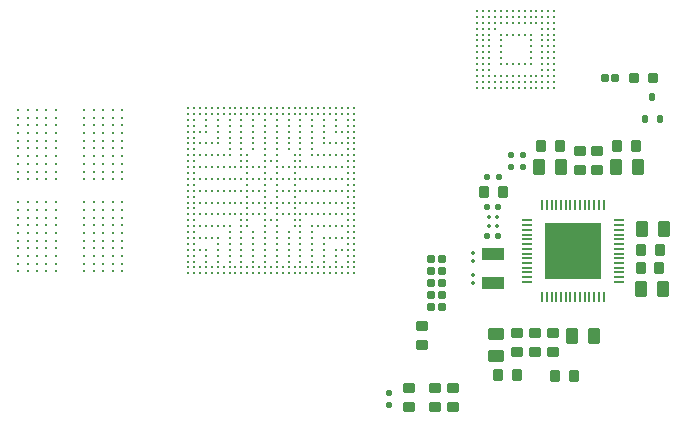
<source format=gtp>
G04*
G04 #@! TF.GenerationSoftware,Altium Limited,Altium Designer,22.8.2 (66)*
G04*
G04 Layer_Color=8421504*
%FSAX25Y25*%
%MOIN*%
G70*
G04*
G04 #@! TF.SameCoordinates,F4A2C5FB-41C3-4025-BEE9-57CBDAA8531C*
G04*
G04*
G04 #@! TF.FilePolarity,Positive*
G04*
G01*
G75*
%ADD12C,0.01000*%
%ADD13C,0.01150*%
%ADD14C,0.01142*%
G04:AMPARAMS|DCode=15|XSize=37.4mil|YSize=33.47mil|CornerRadius=3.35mil|HoleSize=0mil|Usage=FLASHONLY|Rotation=270.000|XOffset=0mil|YOffset=0mil|HoleType=Round|Shape=RoundedRectangle|*
%AMROUNDEDRECTD15*
21,1,0.03740,0.02677,0,0,270.0*
21,1,0.03071,0.03347,0,0,270.0*
1,1,0.00669,-0.01339,-0.01535*
1,1,0.00669,-0.01339,0.01535*
1,1,0.00669,0.01339,0.01535*
1,1,0.00669,0.01339,-0.01535*
%
%ADD15ROUNDEDRECTD15*%
G04:AMPARAMS|DCode=16|XSize=35.43mil|YSize=7.87mil|CornerRadius=0.79mil|HoleSize=0mil|Usage=FLASHONLY|Rotation=0.000|XOffset=0mil|YOffset=0mil|HoleType=Round|Shape=RoundedRectangle|*
%AMROUNDEDRECTD16*
21,1,0.03543,0.00630,0,0,0.0*
21,1,0.03386,0.00787,0,0,0.0*
1,1,0.00158,0.01693,-0.00315*
1,1,0.00158,-0.01693,-0.00315*
1,1,0.00158,-0.01693,0.00315*
1,1,0.00158,0.01693,0.00315*
%
%ADD16ROUNDEDRECTD16*%
G04:AMPARAMS|DCode=17|XSize=35.43mil|YSize=7.87mil|CornerRadius=0.79mil|HoleSize=0mil|Usage=FLASHONLY|Rotation=90.000|XOffset=0mil|YOffset=0mil|HoleType=Round|Shape=RoundedRectangle|*
%AMROUNDEDRECTD17*
21,1,0.03543,0.00630,0,0,90.0*
21,1,0.03386,0.00787,0,0,90.0*
1,1,0.00158,0.00315,0.01693*
1,1,0.00158,0.00315,-0.01693*
1,1,0.00158,-0.00315,-0.01693*
1,1,0.00158,-0.00315,0.01693*
%
%ADD17ROUNDEDRECTD17*%
%ADD18R,0.18898X0.18898*%
G04:AMPARAMS|DCode=19|XSize=23.62mil|YSize=23.62mil|CornerRadius=2.36mil|HoleSize=0mil|Usage=FLASHONLY|Rotation=270.000|XOffset=0mil|YOffset=0mil|HoleType=Round|Shape=RoundedRectangle|*
%AMROUNDEDRECTD19*
21,1,0.02362,0.01890,0,0,270.0*
21,1,0.01890,0.02362,0,0,270.0*
1,1,0.00472,-0.00945,-0.00945*
1,1,0.00472,-0.00945,0.00945*
1,1,0.00472,0.00945,0.00945*
1,1,0.00472,0.00945,-0.00945*
%
%ADD19ROUNDEDRECTD19*%
G04:AMPARAMS|DCode=20|XSize=37.4mil|YSize=33.47mil|CornerRadius=3.35mil|HoleSize=0mil|Usage=FLASHONLY|Rotation=180.000|XOffset=0mil|YOffset=0mil|HoleType=Round|Shape=RoundedRectangle|*
%AMROUNDEDRECTD20*
21,1,0.03740,0.02677,0,0,180.0*
21,1,0.03071,0.03347,0,0,180.0*
1,1,0.00669,-0.01535,0.01339*
1,1,0.00669,0.01535,0.01339*
1,1,0.00669,0.01535,-0.01339*
1,1,0.00669,-0.01535,-0.01339*
%
%ADD20ROUNDEDRECTD20*%
G04:AMPARAMS|DCode=21|XSize=54.72mil|YSize=39.37mil|CornerRadius=3.94mil|HoleSize=0mil|Usage=FLASHONLY|Rotation=0.000|XOffset=0mil|YOffset=0mil|HoleType=Round|Shape=RoundedRectangle|*
%AMROUNDEDRECTD21*
21,1,0.05472,0.03150,0,0,0.0*
21,1,0.04685,0.03937,0,0,0.0*
1,1,0.00787,0.02343,-0.01575*
1,1,0.00787,-0.02343,-0.01575*
1,1,0.00787,-0.02343,0.01575*
1,1,0.00787,0.02343,0.01575*
%
%ADD21ROUNDEDRECTD21*%
G04:AMPARAMS|DCode=22|XSize=54.72mil|YSize=39.37mil|CornerRadius=3.94mil|HoleSize=0mil|Usage=FLASHONLY|Rotation=90.000|XOffset=0mil|YOffset=0mil|HoleType=Round|Shape=RoundedRectangle|*
%AMROUNDEDRECTD22*
21,1,0.05472,0.03150,0,0,90.0*
21,1,0.04685,0.03937,0,0,90.0*
1,1,0.00787,0.01575,0.02343*
1,1,0.00787,0.01575,-0.02343*
1,1,0.00787,-0.01575,-0.02343*
1,1,0.00787,-0.01575,0.02343*
%
%ADD22ROUNDEDRECTD22*%
G04:AMPARAMS|DCode=23|XSize=20mil|YSize=20mil|CornerRadius=2mil|HoleSize=0mil|Usage=FLASHONLY|Rotation=0.000|XOffset=0mil|YOffset=0mil|HoleType=Round|Shape=RoundedRectangle|*
%AMROUNDEDRECTD23*
21,1,0.02000,0.01600,0,0,0.0*
21,1,0.01600,0.02000,0,0,0.0*
1,1,0.00400,0.00800,-0.00800*
1,1,0.00400,-0.00800,-0.00800*
1,1,0.00400,-0.00800,0.00800*
1,1,0.00400,0.00800,0.00800*
%
%ADD23ROUNDEDRECTD23*%
G04:AMPARAMS|DCode=24|XSize=20mil|YSize=20mil|CornerRadius=2mil|HoleSize=0mil|Usage=FLASHONLY|Rotation=270.000|XOffset=0mil|YOffset=0mil|HoleType=Round|Shape=RoundedRectangle|*
%AMROUNDEDRECTD24*
21,1,0.02000,0.01600,0,0,270.0*
21,1,0.01600,0.02000,0,0,270.0*
1,1,0.00400,-0.00800,-0.00800*
1,1,0.00400,-0.00800,0.00800*
1,1,0.00400,0.00800,0.00800*
1,1,0.00400,0.00800,-0.00800*
%
%ADD24ROUNDEDRECTD24*%
G04:AMPARAMS|DCode=25|XSize=12.01mil|YSize=12.01mil|CornerRadius=1.2mil|HoleSize=0mil|Usage=FLASHONLY|Rotation=270.000|XOffset=0mil|YOffset=0mil|HoleType=Round|Shape=RoundedRectangle|*
%AMROUNDEDRECTD25*
21,1,0.01201,0.00961,0,0,270.0*
21,1,0.00961,0.01201,0,0,270.0*
1,1,0.00240,-0.00480,-0.00480*
1,1,0.00240,-0.00480,0.00480*
1,1,0.00240,0.00480,0.00480*
1,1,0.00240,0.00480,-0.00480*
%
%ADD25ROUNDEDRECTD25*%
G04:AMPARAMS|DCode=26|XSize=43.31mil|YSize=74.8mil|CornerRadius=4.33mil|HoleSize=0mil|Usage=FLASHONLY|Rotation=270.000|XOffset=0mil|YOffset=0mil|HoleType=Round|Shape=RoundedRectangle|*
%AMROUNDEDRECTD26*
21,1,0.04331,0.06614,0,0,270.0*
21,1,0.03465,0.07480,0,0,270.0*
1,1,0.00866,-0.03307,-0.01732*
1,1,0.00866,-0.03307,0.01732*
1,1,0.00866,0.03307,0.01732*
1,1,0.00866,0.03307,-0.01732*
%
%ADD26ROUNDEDRECTD26*%
G04:AMPARAMS|DCode=27|XSize=12.01mil|YSize=12.01mil|CornerRadius=1.2mil|HoleSize=0mil|Usage=FLASHONLY|Rotation=180.000|XOffset=0mil|YOffset=0mil|HoleType=Round|Shape=RoundedRectangle|*
%AMROUNDEDRECTD27*
21,1,0.01201,0.00961,0,0,180.0*
21,1,0.00961,0.01201,0,0,180.0*
1,1,0.00240,-0.00480,0.00480*
1,1,0.00240,0.00480,0.00480*
1,1,0.00240,0.00480,-0.00480*
1,1,0.00240,-0.00480,-0.00480*
%
%ADD27ROUNDEDRECTD27*%
G04:AMPARAMS|DCode=28|XSize=23.62mil|YSize=18.5mil|CornerRadius=1.85mil|HoleSize=0mil|Usage=FLASHONLY|Rotation=90.000|XOffset=0mil|YOffset=0mil|HoleType=Round|Shape=RoundedRectangle|*
%AMROUNDEDRECTD28*
21,1,0.02362,0.01480,0,0,90.0*
21,1,0.01992,0.01850,0,0,90.0*
1,1,0.00370,0.00740,0.00996*
1,1,0.00370,0.00740,-0.00996*
1,1,0.00370,-0.00740,-0.00996*
1,1,0.00370,-0.00740,0.00996*
%
%ADD28ROUNDEDRECTD28*%
G04:AMPARAMS|DCode=29|XSize=31.5mil|YSize=31.5mil|CornerRadius=3.94mil|HoleSize=0mil|Usage=FLASHONLY|Rotation=0.000|XOffset=0mil|YOffset=0mil|HoleType=Round|Shape=RoundedRectangle|*
%AMROUNDEDRECTD29*
21,1,0.03150,0.02362,0,0,0.0*
21,1,0.02362,0.03150,0,0,0.0*
1,1,0.00787,0.01181,-0.01181*
1,1,0.00787,-0.01181,-0.01181*
1,1,0.00787,-0.01181,0.01181*
1,1,0.00787,0.01181,0.01181*
%
%ADD29ROUNDEDRECTD29*%
D12*
X0553095Y0837671D02*
D03*
Y0839639D02*
D03*
Y0841608D02*
D03*
Y0843576D02*
D03*
Y0845545D02*
D03*
Y0847513D02*
D03*
Y0849482D02*
D03*
Y0851450D02*
D03*
Y0853419D02*
D03*
Y0855387D02*
D03*
Y0857356D02*
D03*
Y0859324D02*
D03*
Y0861293D02*
D03*
Y0863261D02*
D03*
X0555063Y0837671D02*
D03*
Y0839639D02*
D03*
Y0841608D02*
D03*
Y0843576D02*
D03*
Y0845545D02*
D03*
Y0847513D02*
D03*
Y0849482D02*
D03*
Y0851450D02*
D03*
Y0853419D02*
D03*
Y0855387D02*
D03*
Y0857356D02*
D03*
Y0859324D02*
D03*
Y0861293D02*
D03*
Y0863261D02*
D03*
X0557032Y0837671D02*
D03*
Y0839639D02*
D03*
Y0841608D02*
D03*
Y0843576D02*
D03*
Y0845545D02*
D03*
Y0847513D02*
D03*
Y0849482D02*
D03*
Y0851450D02*
D03*
Y0853419D02*
D03*
Y0855387D02*
D03*
Y0857356D02*
D03*
Y0859324D02*
D03*
Y0861293D02*
D03*
Y0863261D02*
D03*
X0559000Y0837671D02*
D03*
Y0839639D02*
D03*
Y0841608D02*
D03*
Y0857356D02*
D03*
Y0859324D02*
D03*
Y0861293D02*
D03*
Y0863261D02*
D03*
X0560969Y0837671D02*
D03*
Y0839639D02*
D03*
Y0841608D02*
D03*
Y0845545D02*
D03*
Y0847513D02*
D03*
Y0849482D02*
D03*
Y0851450D02*
D03*
Y0853419D02*
D03*
Y0855387D02*
D03*
Y0859324D02*
D03*
Y0861293D02*
D03*
Y0863261D02*
D03*
X0562937Y0837671D02*
D03*
Y0839639D02*
D03*
Y0841608D02*
D03*
Y0845545D02*
D03*
Y0855387D02*
D03*
Y0859324D02*
D03*
Y0861293D02*
D03*
Y0863261D02*
D03*
X0564906Y0837671D02*
D03*
Y0839639D02*
D03*
Y0841608D02*
D03*
Y0845545D02*
D03*
Y0855387D02*
D03*
Y0859324D02*
D03*
Y0861293D02*
D03*
Y0863261D02*
D03*
X0566874Y0837671D02*
D03*
Y0839639D02*
D03*
Y0841608D02*
D03*
Y0845545D02*
D03*
Y0855387D02*
D03*
Y0859324D02*
D03*
Y0861293D02*
D03*
Y0863261D02*
D03*
X0568843Y0837671D02*
D03*
Y0839639D02*
D03*
Y0841608D02*
D03*
Y0845545D02*
D03*
Y0855387D02*
D03*
Y0859324D02*
D03*
Y0861293D02*
D03*
Y0863261D02*
D03*
X0570811Y0837671D02*
D03*
Y0839639D02*
D03*
Y0841608D02*
D03*
Y0845545D02*
D03*
Y0847513D02*
D03*
Y0849482D02*
D03*
Y0851450D02*
D03*
Y0853419D02*
D03*
Y0855387D02*
D03*
Y0859324D02*
D03*
Y0861293D02*
D03*
Y0863261D02*
D03*
X0572780Y0837671D02*
D03*
Y0839639D02*
D03*
Y0841608D02*
D03*
Y0859324D02*
D03*
Y0861293D02*
D03*
Y0863261D02*
D03*
X0574748Y0837671D02*
D03*
Y0839639D02*
D03*
Y0841608D02*
D03*
Y0843576D02*
D03*
Y0845545D02*
D03*
Y0847513D02*
D03*
Y0849482D02*
D03*
Y0851450D02*
D03*
Y0853419D02*
D03*
Y0855387D02*
D03*
Y0857356D02*
D03*
Y0859324D02*
D03*
Y0861293D02*
D03*
Y0863261D02*
D03*
X0576717Y0837671D02*
D03*
Y0839639D02*
D03*
Y0841608D02*
D03*
Y0843576D02*
D03*
Y0845545D02*
D03*
Y0847513D02*
D03*
Y0849482D02*
D03*
Y0851450D02*
D03*
Y0853419D02*
D03*
Y0855387D02*
D03*
Y0857356D02*
D03*
Y0859324D02*
D03*
Y0861293D02*
D03*
Y0863261D02*
D03*
X0578685Y0837671D02*
D03*
Y0839639D02*
D03*
Y0841608D02*
D03*
Y0843576D02*
D03*
Y0845545D02*
D03*
Y0847513D02*
D03*
Y0849482D02*
D03*
Y0851450D02*
D03*
Y0853419D02*
D03*
Y0855387D02*
D03*
Y0857356D02*
D03*
Y0859324D02*
D03*
Y0861293D02*
D03*
Y0863261D02*
D03*
D13*
X0400000Y0784153D02*
D03*
Y0786712D02*
D03*
Y0789271D02*
D03*
Y0791830D02*
D03*
Y0794389D02*
D03*
Y0796948D02*
D03*
Y0799507D02*
D03*
Y0807185D02*
D03*
Y0809744D02*
D03*
Y0812303D02*
D03*
Y0814862D02*
D03*
Y0817422D02*
D03*
Y0819981D02*
D03*
Y0822540D02*
D03*
Y0825099D02*
D03*
Y0827658D02*
D03*
Y0830217D02*
D03*
Y0776476D02*
D03*
Y0779036D02*
D03*
Y0781594D02*
D03*
X0403150Y0784153D02*
D03*
Y0786712D02*
D03*
Y0789271D02*
D03*
Y0791830D02*
D03*
Y0794389D02*
D03*
Y0796948D02*
D03*
Y0799507D02*
D03*
Y0807185D02*
D03*
Y0809744D02*
D03*
Y0812303D02*
D03*
Y0814862D02*
D03*
Y0817422D02*
D03*
Y0819981D02*
D03*
Y0822540D02*
D03*
Y0825099D02*
D03*
Y0827658D02*
D03*
Y0830217D02*
D03*
Y0776476D02*
D03*
Y0779036D02*
D03*
Y0781594D02*
D03*
X0406299Y0784153D02*
D03*
Y0786712D02*
D03*
Y0789271D02*
D03*
Y0791830D02*
D03*
Y0794389D02*
D03*
Y0796948D02*
D03*
Y0799507D02*
D03*
Y0807185D02*
D03*
Y0809744D02*
D03*
Y0812303D02*
D03*
Y0814862D02*
D03*
Y0817422D02*
D03*
Y0819981D02*
D03*
Y0822540D02*
D03*
Y0825099D02*
D03*
Y0827658D02*
D03*
Y0830217D02*
D03*
Y0776476D02*
D03*
Y0779036D02*
D03*
Y0781594D02*
D03*
X0409449Y0784153D02*
D03*
Y0786712D02*
D03*
Y0789271D02*
D03*
Y0791830D02*
D03*
Y0794389D02*
D03*
Y0796948D02*
D03*
Y0799507D02*
D03*
Y0807185D02*
D03*
Y0809744D02*
D03*
Y0812303D02*
D03*
Y0814862D02*
D03*
Y0817422D02*
D03*
Y0819981D02*
D03*
Y0822540D02*
D03*
Y0825099D02*
D03*
Y0827658D02*
D03*
Y0830217D02*
D03*
Y0776476D02*
D03*
Y0779036D02*
D03*
Y0781594D02*
D03*
X0412599Y0784153D02*
D03*
Y0786712D02*
D03*
Y0789271D02*
D03*
Y0791830D02*
D03*
Y0794389D02*
D03*
Y0796948D02*
D03*
Y0799507D02*
D03*
Y0807185D02*
D03*
Y0809744D02*
D03*
Y0812303D02*
D03*
Y0814862D02*
D03*
Y0817422D02*
D03*
Y0819981D02*
D03*
Y0822540D02*
D03*
Y0825099D02*
D03*
Y0827658D02*
D03*
Y0830217D02*
D03*
Y0776476D02*
D03*
Y0779036D02*
D03*
Y0781594D02*
D03*
X0422047Y0784153D02*
D03*
Y0786712D02*
D03*
Y0789271D02*
D03*
Y0791830D02*
D03*
Y0794389D02*
D03*
Y0796948D02*
D03*
Y0799507D02*
D03*
Y0807185D02*
D03*
Y0809744D02*
D03*
Y0812303D02*
D03*
Y0814862D02*
D03*
Y0817422D02*
D03*
Y0819981D02*
D03*
Y0822540D02*
D03*
Y0825099D02*
D03*
Y0827658D02*
D03*
Y0830217D02*
D03*
Y0776476D02*
D03*
Y0779036D02*
D03*
Y0781594D02*
D03*
X0425197Y0784153D02*
D03*
Y0786712D02*
D03*
Y0789271D02*
D03*
Y0791830D02*
D03*
Y0794389D02*
D03*
Y0796948D02*
D03*
Y0799507D02*
D03*
Y0807185D02*
D03*
Y0809744D02*
D03*
Y0812303D02*
D03*
Y0814862D02*
D03*
Y0817422D02*
D03*
Y0819981D02*
D03*
Y0822540D02*
D03*
Y0825099D02*
D03*
Y0827658D02*
D03*
Y0830217D02*
D03*
Y0776476D02*
D03*
Y0779036D02*
D03*
Y0781594D02*
D03*
X0428347Y0784153D02*
D03*
Y0786712D02*
D03*
Y0789271D02*
D03*
Y0791830D02*
D03*
Y0794389D02*
D03*
Y0796948D02*
D03*
Y0799507D02*
D03*
Y0807185D02*
D03*
Y0809744D02*
D03*
Y0812303D02*
D03*
Y0814862D02*
D03*
Y0817422D02*
D03*
Y0819981D02*
D03*
Y0822540D02*
D03*
Y0825099D02*
D03*
Y0827658D02*
D03*
Y0830217D02*
D03*
Y0776476D02*
D03*
Y0779036D02*
D03*
Y0781594D02*
D03*
X0431496Y0784153D02*
D03*
Y0786712D02*
D03*
Y0789271D02*
D03*
Y0791830D02*
D03*
Y0794389D02*
D03*
Y0796948D02*
D03*
Y0799507D02*
D03*
Y0807185D02*
D03*
Y0809744D02*
D03*
Y0812303D02*
D03*
Y0814862D02*
D03*
Y0817422D02*
D03*
Y0819981D02*
D03*
Y0822540D02*
D03*
Y0825099D02*
D03*
Y0827658D02*
D03*
Y0830217D02*
D03*
Y0776476D02*
D03*
Y0779036D02*
D03*
Y0781594D02*
D03*
X0434646Y0784153D02*
D03*
Y0786712D02*
D03*
Y0789271D02*
D03*
Y0791830D02*
D03*
Y0794389D02*
D03*
Y0796948D02*
D03*
Y0799507D02*
D03*
Y0807185D02*
D03*
Y0809744D02*
D03*
Y0812303D02*
D03*
Y0814862D02*
D03*
Y0817422D02*
D03*
Y0819981D02*
D03*
Y0822540D02*
D03*
Y0825099D02*
D03*
Y0827658D02*
D03*
Y0830217D02*
D03*
Y0776476D02*
D03*
Y0779036D02*
D03*
Y0781594D02*
D03*
D14*
X0456693Y0830906D02*
D03*
X0458661D02*
D03*
X0460630D02*
D03*
X0462598D02*
D03*
X0464567D02*
D03*
X0466535D02*
D03*
X0468504D02*
D03*
X0470472D02*
D03*
X0472441D02*
D03*
X0474409D02*
D03*
X0476378D02*
D03*
X0478346D02*
D03*
X0480315D02*
D03*
X0482283D02*
D03*
X0484252D02*
D03*
X0486221D02*
D03*
X0488189D02*
D03*
X0490158D02*
D03*
X0492126D02*
D03*
X0494095D02*
D03*
X0496063D02*
D03*
X0498032D02*
D03*
X0500000D02*
D03*
X0501968D02*
D03*
X0503937D02*
D03*
X0505905D02*
D03*
X0507874D02*
D03*
X0509842D02*
D03*
X0511811D02*
D03*
X0456693Y0828937D02*
D03*
X0458661D02*
D03*
X0460630D02*
D03*
X0462598D02*
D03*
X0464567D02*
D03*
X0466535D02*
D03*
X0468504D02*
D03*
X0470472D02*
D03*
X0472441D02*
D03*
X0474409D02*
D03*
X0476378D02*
D03*
X0478346D02*
D03*
X0480315D02*
D03*
X0482283D02*
D03*
X0484252D02*
D03*
X0486221D02*
D03*
X0488189D02*
D03*
X0490158D02*
D03*
X0492126D02*
D03*
X0494095D02*
D03*
X0496063D02*
D03*
X0498032D02*
D03*
X0500000D02*
D03*
X0501968D02*
D03*
X0503937D02*
D03*
X0505905D02*
D03*
X0507874D02*
D03*
X0509842D02*
D03*
X0511811D02*
D03*
X0456693Y0826968D02*
D03*
X0458661D02*
D03*
X0462598D02*
D03*
X0466535D02*
D03*
X0470472D02*
D03*
X0474409D02*
D03*
X0478346D02*
D03*
X0482283D02*
D03*
X0486221D02*
D03*
X0490158D02*
D03*
X0494095D02*
D03*
X0498032D02*
D03*
X0501968D02*
D03*
X0505905D02*
D03*
X0509842D02*
D03*
X0511811D02*
D03*
X0456693Y0825000D02*
D03*
X0458661D02*
D03*
X0462598D02*
D03*
X0466535D02*
D03*
X0470472D02*
D03*
X0474409D02*
D03*
X0478346D02*
D03*
X0482283D02*
D03*
X0486221D02*
D03*
X0490158D02*
D03*
X0494095D02*
D03*
X0498032D02*
D03*
X0501968D02*
D03*
X0505905D02*
D03*
X0509842D02*
D03*
X0511811D02*
D03*
X0456693Y0823032D02*
D03*
X0458661D02*
D03*
X0460630D02*
D03*
X0462598D02*
D03*
X0466535D02*
D03*
X0470472D02*
D03*
X0474409D02*
D03*
X0478346D02*
D03*
X0482283D02*
D03*
X0486221D02*
D03*
X0490158D02*
D03*
X0494095D02*
D03*
X0498032D02*
D03*
X0501968D02*
D03*
X0505905D02*
D03*
X0507874D02*
D03*
X0509842D02*
D03*
X0511811D02*
D03*
X0456693Y0821063D02*
D03*
X0458661D02*
D03*
X0466535D02*
D03*
X0470472D02*
D03*
X0474409D02*
D03*
X0478346D02*
D03*
X0482283D02*
D03*
X0486221D02*
D03*
X0490158D02*
D03*
X0494095D02*
D03*
X0498032D02*
D03*
X0501968D02*
D03*
X0509842D02*
D03*
X0511811D02*
D03*
X0456693Y0819094D02*
D03*
X0458661D02*
D03*
X0460630D02*
D03*
X0462598D02*
D03*
X0464567D02*
D03*
X0466535D02*
D03*
X0470472D02*
D03*
X0474409D02*
D03*
X0478346D02*
D03*
X0482283D02*
D03*
X0486221D02*
D03*
X0490158D02*
D03*
X0494095D02*
D03*
X0498032D02*
D03*
X0501968D02*
D03*
X0503937D02*
D03*
X0505905D02*
D03*
X0507874D02*
D03*
X0509842D02*
D03*
X0511811D02*
D03*
X0456693Y0817126D02*
D03*
X0458661D02*
D03*
X0470472D02*
D03*
X0474409D02*
D03*
X0478346D02*
D03*
X0482283D02*
D03*
X0486221D02*
D03*
X0490158D02*
D03*
X0494095D02*
D03*
X0498032D02*
D03*
X0509842D02*
D03*
X0511811D02*
D03*
X0456693Y0815158D02*
D03*
X0458661D02*
D03*
X0460630D02*
D03*
X0462598D02*
D03*
X0464567D02*
D03*
X0466535D02*
D03*
X0468504D02*
D03*
X0470472D02*
D03*
X0474409D02*
D03*
X0476378D02*
D03*
X0482283D02*
D03*
X0486221D02*
D03*
X0492126D02*
D03*
X0494095D02*
D03*
X0498032D02*
D03*
X0500000D02*
D03*
X0501968D02*
D03*
X0503937D02*
D03*
X0505905D02*
D03*
X0507874D02*
D03*
X0509842D02*
D03*
X0511811D02*
D03*
X0456693Y0813189D02*
D03*
X0458661D02*
D03*
X0474409D02*
D03*
X0476378D02*
D03*
X0482283D02*
D03*
X0484252D02*
D03*
X0486221D02*
D03*
X0492126D02*
D03*
X0494095D02*
D03*
X0509842D02*
D03*
X0511811D02*
D03*
X0456693Y0811220D02*
D03*
X0458661D02*
D03*
X0460630D02*
D03*
X0462598D02*
D03*
X0464567D02*
D03*
X0466535D02*
D03*
X0468504D02*
D03*
X0470472D02*
D03*
X0472441D02*
D03*
X0474409D02*
D03*
X0476378D02*
D03*
X0478346D02*
D03*
X0480315D02*
D03*
X0482283D02*
D03*
X0486221D02*
D03*
X0488189D02*
D03*
X0490158D02*
D03*
X0492126D02*
D03*
X0494095D02*
D03*
X0496063D02*
D03*
X0498032D02*
D03*
X0500000D02*
D03*
X0501968D02*
D03*
X0503937D02*
D03*
X0505905D02*
D03*
X0507874D02*
D03*
X0509842D02*
D03*
X0511811D02*
D03*
X0456693Y0809252D02*
D03*
X0458661D02*
D03*
X0476378D02*
D03*
X0482283D02*
D03*
X0486221D02*
D03*
X0492126D02*
D03*
X0509842D02*
D03*
X0511811D02*
D03*
X0456693Y0807283D02*
D03*
X0458661D02*
D03*
X0460630D02*
D03*
X0462598D02*
D03*
X0464567D02*
D03*
X0466535D02*
D03*
X0468504D02*
D03*
X0470472D02*
D03*
X0472441D02*
D03*
X0474409D02*
D03*
X0476378D02*
D03*
X0478346D02*
D03*
X0480315D02*
D03*
X0482283D02*
D03*
X0484252D02*
D03*
X0486221D02*
D03*
X0488189D02*
D03*
X0490158D02*
D03*
X0492126D02*
D03*
X0494095D02*
D03*
X0496063D02*
D03*
X0498032D02*
D03*
X0500000D02*
D03*
X0501968D02*
D03*
X0503937D02*
D03*
X0505905D02*
D03*
X0507874D02*
D03*
X0509842D02*
D03*
X0511811D02*
D03*
X0456693Y0805315D02*
D03*
X0458661D02*
D03*
X0476378D02*
D03*
X0482283D02*
D03*
X0486221D02*
D03*
X0492126D02*
D03*
X0509842D02*
D03*
X0511811D02*
D03*
X0456693Y0803347D02*
D03*
X0458661D02*
D03*
X0460630D02*
D03*
X0462598D02*
D03*
X0464567D02*
D03*
X0466535D02*
D03*
X0468504D02*
D03*
X0470472D02*
D03*
X0472441D02*
D03*
X0474409D02*
D03*
X0476378D02*
D03*
X0478346D02*
D03*
X0480315D02*
D03*
X0482283D02*
D03*
X0486221D02*
D03*
X0488189D02*
D03*
X0490158D02*
D03*
X0492126D02*
D03*
X0494095D02*
D03*
X0496063D02*
D03*
X0498032D02*
D03*
X0500000D02*
D03*
X0501968D02*
D03*
X0503937D02*
D03*
X0505905D02*
D03*
X0507874D02*
D03*
X0509842D02*
D03*
X0511811D02*
D03*
X0456693Y0801378D02*
D03*
X0458661D02*
D03*
X0476378D02*
D03*
X0482283D02*
D03*
X0486221D02*
D03*
X0492126D02*
D03*
X0509842D02*
D03*
X0511811D02*
D03*
X0456693Y0799409D02*
D03*
X0458661D02*
D03*
X0460630D02*
D03*
X0462598D02*
D03*
X0464567D02*
D03*
X0466535D02*
D03*
X0468504D02*
D03*
X0470472D02*
D03*
X0472441D02*
D03*
X0474409D02*
D03*
X0476378D02*
D03*
X0478346D02*
D03*
X0480315D02*
D03*
X0482283D02*
D03*
X0484252D02*
D03*
X0486221D02*
D03*
X0488189D02*
D03*
X0490158D02*
D03*
X0492126D02*
D03*
X0494095D02*
D03*
X0496063D02*
D03*
X0498032D02*
D03*
X0500000D02*
D03*
X0501968D02*
D03*
X0503937D02*
D03*
X0505905D02*
D03*
X0507874D02*
D03*
X0509842D02*
D03*
X0511811D02*
D03*
X0456693Y0797441D02*
D03*
X0458661D02*
D03*
X0476378D02*
D03*
X0482283D02*
D03*
X0486221D02*
D03*
X0492126D02*
D03*
X0509842D02*
D03*
X0511811D02*
D03*
X0456693Y0795472D02*
D03*
X0458661D02*
D03*
X0460630D02*
D03*
X0462598D02*
D03*
X0464567D02*
D03*
X0466535D02*
D03*
X0468504D02*
D03*
X0470472D02*
D03*
X0472441D02*
D03*
X0474409D02*
D03*
X0476378D02*
D03*
X0478346D02*
D03*
X0480315D02*
D03*
X0482283D02*
D03*
X0486221D02*
D03*
X0488189D02*
D03*
X0490158D02*
D03*
X0492126D02*
D03*
X0494095D02*
D03*
X0496063D02*
D03*
X0498032D02*
D03*
X0500000D02*
D03*
X0501968D02*
D03*
X0503937D02*
D03*
X0505905D02*
D03*
X0507874D02*
D03*
X0509842D02*
D03*
X0511811D02*
D03*
X0456693Y0793504D02*
D03*
X0458661D02*
D03*
X0474409D02*
D03*
X0476378D02*
D03*
X0482283D02*
D03*
X0484252D02*
D03*
X0486221D02*
D03*
X0492126D02*
D03*
X0494095D02*
D03*
X0509842D02*
D03*
X0511811D02*
D03*
X0456693Y0791535D02*
D03*
X0458661D02*
D03*
X0460630D02*
D03*
X0462598D02*
D03*
X0464567D02*
D03*
X0466535D02*
D03*
X0468504D02*
D03*
X0470472D02*
D03*
X0474409D02*
D03*
X0476378D02*
D03*
X0482283D02*
D03*
X0486221D02*
D03*
X0492126D02*
D03*
X0494095D02*
D03*
X0498032D02*
D03*
X0500000D02*
D03*
X0501968D02*
D03*
X0503937D02*
D03*
X0505905D02*
D03*
X0507874D02*
D03*
X0509842D02*
D03*
X0511811D02*
D03*
X0456693Y0789567D02*
D03*
X0458661D02*
D03*
X0470472D02*
D03*
X0474409D02*
D03*
X0478346D02*
D03*
X0482283D02*
D03*
X0486221D02*
D03*
X0490158D02*
D03*
X0494095D02*
D03*
X0498032D02*
D03*
X0509842D02*
D03*
X0511811D02*
D03*
X0456693Y0787598D02*
D03*
X0458661D02*
D03*
X0460630D02*
D03*
X0462598D02*
D03*
X0464567D02*
D03*
X0466535D02*
D03*
X0470472D02*
D03*
X0474409D02*
D03*
X0478346D02*
D03*
X0482283D02*
D03*
X0486221D02*
D03*
X0490158D02*
D03*
X0494095D02*
D03*
X0498032D02*
D03*
X0501968D02*
D03*
X0503937D02*
D03*
X0505905D02*
D03*
X0507874D02*
D03*
X0509842D02*
D03*
X0511811D02*
D03*
X0456693Y0785630D02*
D03*
X0458661D02*
D03*
X0466535D02*
D03*
X0470472D02*
D03*
X0474409D02*
D03*
X0478346D02*
D03*
X0482283D02*
D03*
X0486221D02*
D03*
X0490158D02*
D03*
X0494095D02*
D03*
X0498032D02*
D03*
X0501968D02*
D03*
X0509842D02*
D03*
X0511811D02*
D03*
X0456693Y0783661D02*
D03*
X0458661D02*
D03*
X0460630D02*
D03*
X0462598D02*
D03*
X0466535D02*
D03*
X0470472D02*
D03*
X0474409D02*
D03*
X0478346D02*
D03*
X0482283D02*
D03*
X0486221D02*
D03*
X0490158D02*
D03*
X0494095D02*
D03*
X0498032D02*
D03*
X0501968D02*
D03*
X0505905D02*
D03*
X0507874D02*
D03*
X0509842D02*
D03*
X0511811D02*
D03*
X0456693Y0781693D02*
D03*
X0458661D02*
D03*
X0462598D02*
D03*
X0466535D02*
D03*
X0470472D02*
D03*
X0474409D02*
D03*
X0478346D02*
D03*
X0482283D02*
D03*
X0486221D02*
D03*
X0490158D02*
D03*
X0494095D02*
D03*
X0498032D02*
D03*
X0501968D02*
D03*
X0505905D02*
D03*
X0509842D02*
D03*
X0511811D02*
D03*
X0456693Y0779724D02*
D03*
X0458661D02*
D03*
X0462598D02*
D03*
X0466535D02*
D03*
X0470472D02*
D03*
X0474409D02*
D03*
X0478346D02*
D03*
X0482283D02*
D03*
X0486221D02*
D03*
X0490158D02*
D03*
X0494095D02*
D03*
X0498032D02*
D03*
X0501968D02*
D03*
X0505905D02*
D03*
X0509842D02*
D03*
X0511811D02*
D03*
X0456693Y0777756D02*
D03*
X0458661D02*
D03*
X0460630D02*
D03*
X0462598D02*
D03*
X0464567D02*
D03*
X0466535D02*
D03*
X0468504D02*
D03*
X0470472D02*
D03*
X0472441D02*
D03*
X0474409D02*
D03*
X0476378D02*
D03*
X0478346D02*
D03*
X0480315D02*
D03*
X0482283D02*
D03*
X0484252D02*
D03*
X0486221D02*
D03*
X0488189D02*
D03*
X0490158D02*
D03*
X0492126D02*
D03*
X0494095D02*
D03*
X0496063D02*
D03*
X0498032D02*
D03*
X0500000D02*
D03*
X0501968D02*
D03*
X0503937D02*
D03*
X0505905D02*
D03*
X0507874D02*
D03*
X0509842D02*
D03*
X0511811D02*
D03*
X0456693Y0775787D02*
D03*
X0458661D02*
D03*
X0460630D02*
D03*
X0462598D02*
D03*
X0464567D02*
D03*
X0466535D02*
D03*
X0468504D02*
D03*
X0470472D02*
D03*
X0472441D02*
D03*
X0474409D02*
D03*
X0476378D02*
D03*
X0478346D02*
D03*
X0480315D02*
D03*
X0482283D02*
D03*
X0484252D02*
D03*
X0486221D02*
D03*
X0488189D02*
D03*
X0490158D02*
D03*
X0492126D02*
D03*
X0494095D02*
D03*
X0496063D02*
D03*
X0498032D02*
D03*
X0500000D02*
D03*
X0501968D02*
D03*
X0503937D02*
D03*
X0505905D02*
D03*
X0507874D02*
D03*
X0509842D02*
D03*
X0511811D02*
D03*
D15*
X0613876Y0783705D02*
D03*
X0607577D02*
D03*
X0606076Y0818405D02*
D03*
X0599777D02*
D03*
X0574277Y0818405D02*
D03*
X0580576D02*
D03*
X0585276Y0741505D02*
D03*
X0578977D02*
D03*
X0560077Y0741805D02*
D03*
X0566376D02*
D03*
X0607477Y0777705D02*
D03*
X0613776D02*
D03*
X0561476Y0802805D02*
D03*
X0555177D02*
D03*
D16*
X0569527Y0793428D02*
D03*
Y0791853D02*
D03*
Y0790278D02*
D03*
Y0788703D02*
D03*
Y0787128D02*
D03*
Y0785553D02*
D03*
Y0783979D02*
D03*
Y0782404D02*
D03*
Y0780829D02*
D03*
Y0779254D02*
D03*
Y0777679D02*
D03*
Y0776105D02*
D03*
Y0774530D02*
D03*
Y0772955D02*
D03*
X0600235D02*
D03*
Y0774530D02*
D03*
Y0776105D02*
D03*
Y0777679D02*
D03*
Y0779254D02*
D03*
Y0780829D02*
D03*
Y0782404D02*
D03*
Y0783979D02*
D03*
Y0785553D02*
D03*
Y0787128D02*
D03*
Y0788703D02*
D03*
Y0790278D02*
D03*
Y0791853D02*
D03*
Y0793428D02*
D03*
D17*
X0574645Y0767837D02*
D03*
X0576220D02*
D03*
X0577794D02*
D03*
X0579369D02*
D03*
X0580944D02*
D03*
X0582519D02*
D03*
X0584094D02*
D03*
X0585668D02*
D03*
X0587243D02*
D03*
X0588818D02*
D03*
X0590393D02*
D03*
X0591967D02*
D03*
X0593542D02*
D03*
X0595117D02*
D03*
Y0798546D02*
D03*
X0593542D02*
D03*
X0591967D02*
D03*
X0590393D02*
D03*
X0588818D02*
D03*
X0587243D02*
D03*
X0585668D02*
D03*
X0584094D02*
D03*
X0582519D02*
D03*
X0580944D02*
D03*
X0579369D02*
D03*
X0577794D02*
D03*
X0576220D02*
D03*
X0574645D02*
D03*
D18*
X0584881Y0783191D02*
D03*
D19*
X0537655Y0776605D02*
D03*
X0541198D02*
D03*
X0537655Y0780605D02*
D03*
X0541198D02*
D03*
X0541198Y0768605D02*
D03*
X0537655D02*
D03*
X0541198Y0764605D02*
D03*
X0537655D02*
D03*
X0541198Y0772605D02*
D03*
X0537655D02*
D03*
X0595455Y0840805D02*
D03*
X0598998D02*
D03*
D20*
X0578227Y0755854D02*
D03*
Y0749555D02*
D03*
X0572227Y0755854D02*
D03*
Y0749555D02*
D03*
X0566227Y0755854D02*
D03*
Y0749555D02*
D03*
X0592927Y0810255D02*
D03*
Y0816554D02*
D03*
X0587327Y0810255D02*
D03*
Y0816554D02*
D03*
X0534727Y0758254D02*
D03*
Y0751955D02*
D03*
X0539027Y0731255D02*
D03*
Y0737554D02*
D03*
X0544927Y0731255D02*
D03*
Y0737554D02*
D03*
X0530127Y0731255D02*
D03*
Y0737554D02*
D03*
D21*
X0559227Y0755466D02*
D03*
Y0748143D02*
D03*
D22*
X0584465Y0754805D02*
D03*
X0591788D02*
D03*
X0607865Y0790605D02*
D03*
X0615188D02*
D03*
X0607765Y0770705D02*
D03*
X0615088D02*
D03*
X0599265Y0811405D02*
D03*
X0606588D02*
D03*
X0580988D02*
D03*
X0573665D02*
D03*
D23*
X0564327Y0815094D02*
D03*
Y0811315D02*
D03*
X0568327Y0811415D02*
D03*
Y0815194D02*
D03*
X0523527Y0735794D02*
D03*
Y0732015D02*
D03*
D24*
X0560216Y0807805D02*
D03*
X0556437D02*
D03*
X0556337Y0797905D02*
D03*
X0560116D02*
D03*
X0556337Y0788105D02*
D03*
X0560116D02*
D03*
D25*
X0557027Y0794505D02*
D03*
X0559626D02*
D03*
Y0791605D02*
D03*
X0557027D02*
D03*
D26*
X0558127Y0782326D02*
D03*
Y0772483D02*
D03*
D27*
X0551527Y0779905D02*
D03*
Y0782504D02*
D03*
Y0772605D02*
D03*
Y0775204D02*
D03*
D28*
X0611427Y0834745D02*
D03*
X0608868Y0827264D02*
D03*
X0613986D02*
D03*
D29*
X0611576Y0840805D02*
D03*
X0605277D02*
D03*
M02*

</source>
